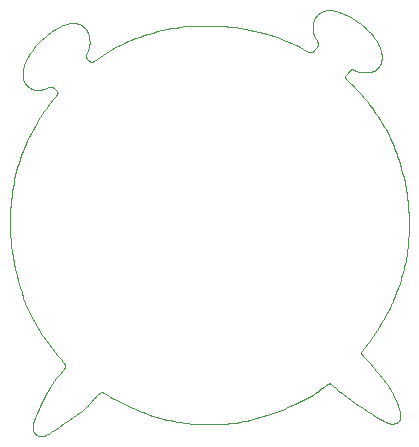
<source format=gbr>
%TF.GenerationSoftware,KiCad,Pcbnew,9.0.1*%
%TF.CreationDate,2025-05-12T23:40:56+02:00*%
%TF.ProjectId,knit_yarn,6b6e6974-5f79-4617-926e-2e6b69636164,rev?*%
%TF.SameCoordinates,Original*%
%TF.FileFunction,Profile,NP*%
%FSLAX46Y46*%
G04 Gerber Fmt 4.6, Leading zero omitted, Abs format (unit mm)*
G04 Created by KiCad (PCBNEW 9.0.1) date 2025-05-12 23:40:56*
%MOMM*%
%LPD*%
G01*
G04 APERTURE LIST*
%TA.AperFunction,Profile*%
%ADD10C,0.000000*%
%TD*%
G04 APERTURE END LIST*
D10*
X110185040Y-71453623D02*
X110229923Y-71455494D01*
X110275338Y-71458732D01*
X110321401Y-71463326D01*
X110368224Y-71469263D01*
X110415922Y-71476531D01*
X110464610Y-71485117D01*
X110514400Y-71495010D01*
X110565407Y-71506196D01*
X110671125Y-71532294D01*
X110780648Y-71562779D01*
X110892463Y-71596910D01*
X111005054Y-71633949D01*
X111116905Y-71673157D01*
X111226501Y-71713794D01*
X111332327Y-71755121D01*
X111432867Y-71796399D01*
X111526966Y-71837029D01*
X111614903Y-71876969D01*
X111697319Y-71916317D01*
X111774857Y-71955171D01*
X111848155Y-71993632D01*
X111917855Y-72031797D01*
X111984599Y-72069765D01*
X112049027Y-72107635D01*
X112111900Y-72145667D01*
X112174464Y-72184770D01*
X112238088Y-72226018D01*
X112304139Y-72270481D01*
X112373986Y-72319232D01*
X112448995Y-72373344D01*
X112530535Y-72433888D01*
X112619974Y-72501936D01*
X112822926Y-72660955D01*
X113043322Y-72839588D01*
X113153933Y-72931671D01*
X113261549Y-73023150D01*
X113363720Y-73112189D01*
X113457993Y-73196954D01*
X113542581Y-73276178D01*
X113581474Y-73313994D01*
X113618358Y-73350879D01*
X113653424Y-73387031D01*
X113686866Y-73422648D01*
X113718875Y-73457929D01*
X113749643Y-73493073D01*
X113779365Y-73528279D01*
X113808232Y-73563746D01*
X113836436Y-73599671D01*
X113864170Y-73636254D01*
X113919000Y-73712188D01*
X113974261Y-73793138D01*
X114031073Y-73880201D01*
X114088872Y-73972513D01*
X114146670Y-74068718D01*
X114203482Y-74167460D01*
X114258322Y-74267386D01*
X114310205Y-74367139D01*
X114358145Y-74465365D01*
X114401156Y-74560707D01*
X114420535Y-74606912D01*
X114438495Y-74652116D01*
X114455093Y-74696377D01*
X114470388Y-74739753D01*
X114497303Y-74824088D01*
X114519708Y-74905589D01*
X114538072Y-74984724D01*
X114552863Y-75061961D01*
X114564548Y-75137769D01*
X114573597Y-75212617D01*
X114580375Y-75286857D01*
X114584849Y-75360382D01*
X114586884Y-75432970D01*
X114586343Y-75504399D01*
X114583091Y-75574448D01*
X114576993Y-75642896D01*
X114572835Y-75676450D01*
X114567913Y-75709520D01*
X114562213Y-75742079D01*
X114555716Y-75774100D01*
X114548413Y-75805561D01*
X114540319Y-75836475D01*
X114531459Y-75866863D01*
X114521855Y-75896743D01*
X114511530Y-75926137D01*
X114500507Y-75955065D01*
X114488810Y-75983545D01*
X114476461Y-76011599D01*
X114463484Y-76039246D01*
X114449901Y-76066507D01*
X114435737Y-76093401D01*
X114421013Y-76119949D01*
X114389981Y-76172085D01*
X114356989Y-76223075D01*
X114339807Y-76248179D01*
X114322154Y-76272989D01*
X114304002Y-76297457D01*
X114285323Y-76321535D01*
X114266090Y-76345176D01*
X114246274Y-76368331D01*
X114225849Y-76390954D01*
X114204786Y-76412996D01*
X114183058Y-76434409D01*
X114160637Y-76455146D01*
X114137495Y-76475160D01*
X114113604Y-76494402D01*
X114088937Y-76512824D01*
X114063466Y-76530380D01*
X114037163Y-76547020D01*
X114010000Y-76562698D01*
X113981963Y-76577380D01*
X113953080Y-76591088D01*
X113923393Y-76603860D01*
X113892944Y-76615732D01*
X113861774Y-76626742D01*
X113829925Y-76636926D01*
X113797438Y-76646321D01*
X113764355Y-76654965D01*
X113730717Y-76662894D01*
X113696567Y-76670145D01*
X113661945Y-76676756D01*
X113626894Y-76682763D01*
X113555667Y-76693113D01*
X113483221Y-76701492D01*
X113409902Y-76708153D01*
X113336114Y-76713188D01*
X113262277Y-76716645D01*
X113188810Y-76718575D01*
X113116132Y-76719026D01*
X113044662Y-76718047D01*
X112974819Y-76715687D01*
X112907021Y-76711997D01*
X112841605Y-76707001D01*
X112778592Y-76700613D01*
X112717921Y-76692721D01*
X112659529Y-76683214D01*
X112603356Y-76671982D01*
X112549340Y-76658914D01*
X112497418Y-76643900D01*
X112472223Y-76635628D01*
X112447529Y-76626828D01*
X112423331Y-76617504D01*
X112399642Y-76607741D01*
X112353850Y-76587299D01*
X112310275Y-76566315D01*
X112269042Y-76545602D01*
X112230274Y-76525973D01*
X112194092Y-76508243D01*
X112160622Y-76493223D01*
X112144942Y-76486984D01*
X112129986Y-76481728D01*
X112115751Y-76477539D01*
X112102158Y-76474443D01*
X112095572Y-76473307D01*
X112089110Y-76472447D01*
X112082760Y-76471863D01*
X112076510Y-76471558D01*
X112070348Y-76471531D01*
X112064262Y-76471784D01*
X112058239Y-76472318D01*
X112052267Y-76473133D01*
X112046335Y-76474231D01*
X112040430Y-76475613D01*
X112034540Y-76477279D01*
X112028652Y-76479231D01*
X112022756Y-76481469D01*
X112016838Y-76483995D01*
X112004890Y-76489913D01*
X111992710Y-76496992D01*
X111980202Y-76505239D01*
X111967270Y-76514664D01*
X111953815Y-76525273D01*
X111939740Y-76537073D01*
X111924950Y-76550074D01*
X111893084Y-76579544D01*
X111858706Y-76612932D01*
X111822553Y-76649327D01*
X111785366Y-76687816D01*
X111747883Y-76727489D01*
X111710844Y-76767432D01*
X111641054Y-76844486D01*
X111609674Y-76879959D01*
X111581055Y-76913177D01*
X111555294Y-76944349D01*
X111532491Y-76973685D01*
X111522229Y-76987730D01*
X111512743Y-77001395D01*
X111504046Y-77014705D01*
X111496150Y-77027688D01*
X111489067Y-77040368D01*
X111482809Y-77052773D01*
X111477390Y-77064929D01*
X111472820Y-77076861D01*
X111469142Y-77088624D01*
X111467684Y-77094494D01*
X111466511Y-77100389D01*
X111465647Y-77106334D01*
X111465113Y-77112354D01*
X111464933Y-77118474D01*
X111465131Y-77124719D01*
X111465730Y-77131112D01*
X111466752Y-77137680D01*
X111468220Y-77144447D01*
X111470159Y-77151439D01*
X111472590Y-77158678D01*
X111475537Y-77166192D01*
X111479024Y-77174003D01*
X111483072Y-77182138D01*
X111487706Y-77190622D01*
X111492948Y-77199478D01*
X111498822Y-77208732D01*
X111505350Y-77218408D01*
X111512557Y-77228532D01*
X111520463Y-77239128D01*
X111529094Y-77250221D01*
X111538472Y-77261837D01*
X111548620Y-77273999D01*
X111559561Y-77286732D01*
X111583916Y-77314014D01*
X111611720Y-77343880D01*
X111643160Y-77376530D01*
X111717059Y-77450486D01*
X111803969Y-77535039D01*
X112007756Y-77730610D01*
X112120098Y-77838968D01*
X112236383Y-77952600D01*
X112354344Y-78070176D01*
X112471714Y-78190365D01*
X112586640Y-78312029D01*
X112698915Y-78434814D01*
X112808750Y-78558561D01*
X112916354Y-78683107D01*
X113021938Y-78808295D01*
X113125710Y-78933964D01*
X113328659Y-79186103D01*
X113527323Y-79439885D01*
X113626234Y-79569456D01*
X113725589Y-79702243D01*
X113825929Y-79839318D01*
X113927798Y-79981753D01*
X114031737Y-80130620D01*
X114138289Y-80286992D01*
X114247726Y-80451511D01*
X114359244Y-80623101D01*
X114471773Y-80800260D01*
X114584241Y-80981486D01*
X114695574Y-81165274D01*
X114804703Y-81350122D01*
X114910554Y-81534527D01*
X115012057Y-81716987D01*
X115108372Y-81896328D01*
X115199611Y-82072712D01*
X115286118Y-82246630D01*
X115368240Y-82418577D01*
X115446319Y-82589045D01*
X115520702Y-82758528D01*
X115591733Y-82927519D01*
X115659758Y-83096511D01*
X115725114Y-83265958D01*
X115788103Y-83436169D01*
X115849022Y-83607413D01*
X115908167Y-83779963D01*
X116022316Y-84130067D01*
X116132918Y-84488651D01*
X116241368Y-84856387D01*
X116345184Y-85227964D01*
X116440917Y-85596583D01*
X116484675Y-85777659D01*
X116525118Y-85955446D01*
X116561950Y-86129439D01*
X116595417Y-86300510D01*
X116625903Y-86469880D01*
X116653788Y-86638769D01*
X116679456Y-86808397D01*
X116703288Y-86979985D01*
X116746973Y-87333917D01*
X116787096Y-87707158D01*
X116822682Y-88093604D01*
X116851959Y-88483992D01*
X116863678Y-88677769D01*
X116873156Y-88869058D01*
X116880214Y-89057143D01*
X116884869Y-89243071D01*
X116887183Y-89428332D01*
X116887217Y-89614419D01*
X116885034Y-89802822D01*
X116880694Y-89995033D01*
X116865793Y-90396845D01*
X116842415Y-90828225D01*
X116826813Y-91053408D01*
X116808093Y-91283360D01*
X116785874Y-91516909D01*
X116759774Y-91752887D01*
X116729411Y-91990122D01*
X116694403Y-92227445D01*
X116654470Y-92463869D01*
X116609757Y-92699144D01*
X116560511Y-92933212D01*
X116506977Y-93166010D01*
X116449401Y-93397477D01*
X116388031Y-93627552D01*
X116323111Y-93856174D01*
X116254889Y-94083282D01*
X116183736Y-94308550D01*
X116110525Y-94530601D01*
X115961925Y-94958496D01*
X115817071Y-95353860D01*
X115683947Y-95703585D01*
X115567724Y-95999738D01*
X115514235Y-96131389D01*
X115462348Y-96255080D01*
X115410953Y-96373054D01*
X115358943Y-96487553D01*
X115305207Y-96600821D01*
X115248636Y-96715099D01*
X115188362Y-96832216D01*
X115124465Y-96952338D01*
X115057267Y-97075219D01*
X114987086Y-97200613D01*
X114839058Y-97457958D01*
X114682945Y-97722402D01*
X114521069Y-97991742D01*
X114354758Y-98262854D01*
X114185096Y-98532390D01*
X114013167Y-98797001D01*
X113840559Y-99053216D01*
X113670911Y-99297107D01*
X113508362Y-99524633D01*
X113357050Y-99731754D01*
X113220752Y-99914858D01*
X113101806Y-100072035D01*
X112923847Y-100302698D01*
X112893337Y-100342217D01*
X112880444Y-100359758D01*
X112869221Y-100376154D01*
X112859743Y-100391657D01*
X112855680Y-100399151D01*
X112852080Y-100406517D01*
X112848952Y-100413785D01*
X112846305Y-100420986D01*
X112844149Y-100428153D01*
X112842491Y-100435315D01*
X112841342Y-100442506D01*
X112840711Y-100449755D01*
X112840605Y-100457095D01*
X112841035Y-100464557D01*
X112842010Y-100472172D01*
X112843538Y-100479972D01*
X112845629Y-100487988D01*
X112848291Y-100496251D01*
X112851534Y-100504793D01*
X112855367Y-100513645D01*
X112859798Y-100522839D01*
X112864838Y-100532405D01*
X112870494Y-100542376D01*
X112876776Y-100552783D01*
X112891255Y-100575029D01*
X112908305Y-100599330D01*
X112927798Y-100625612D01*
X112973435Y-100683562D01*
X113026809Y-100747772D01*
X113086566Y-100817132D01*
X113151351Y-100890533D01*
X113219807Y-100966867D01*
X113362314Y-101123897D01*
X113650678Y-101441966D01*
X113800873Y-101609477D01*
X113959547Y-101788423D01*
X114128505Y-101981534D01*
X114303376Y-102185092D01*
X114478247Y-102393774D01*
X114563834Y-102498374D01*
X114647204Y-102602259D01*
X114727765Y-102704923D01*
X114805516Y-102806491D01*
X114880606Y-102907245D01*
X114953181Y-103007469D01*
X115023391Y-103107447D01*
X115091382Y-103207461D01*
X115157304Y-103307795D01*
X115221304Y-103408733D01*
X115283480Y-103510428D01*
X115343734Y-103612505D01*
X115401918Y-103714458D01*
X115457883Y-103815782D01*
X115511483Y-103915973D01*
X115562569Y-104014525D01*
X115610994Y-104110933D01*
X115656611Y-104204693D01*
X115699338Y-104295443D01*
X115739380Y-104383395D01*
X115777006Y-104468907D01*
X115812488Y-104552336D01*
X115846098Y-104634039D01*
X115878106Y-104714376D01*
X115938402Y-104872375D01*
X115967140Y-104950669D01*
X115994805Y-105028518D01*
X116021115Y-105105776D01*
X116045785Y-105182294D01*
X116068532Y-105257925D01*
X116089074Y-105332522D01*
X116107127Y-105405936D01*
X116122408Y-105478020D01*
X116134712Y-105548587D01*
X116144145Y-105617306D01*
X116150892Y-105683806D01*
X116155136Y-105747720D01*
X116157064Y-105808676D01*
X116156861Y-105866305D01*
X116154710Y-105920237D01*
X116150797Y-105970104D01*
X116148230Y-105993416D01*
X116145242Y-106015680D01*
X116141807Y-106036958D01*
X116137900Y-106057312D01*
X116133494Y-106076803D01*
X116128562Y-106095493D01*
X116123079Y-106113444D01*
X116117019Y-106130717D01*
X116110355Y-106147373D01*
X116103061Y-106163476D01*
X116095110Y-106179085D01*
X116086478Y-106194263D01*
X116077137Y-106209072D01*
X116067061Y-106223572D01*
X116056224Y-106237826D01*
X116044600Y-106251896D01*
X116032169Y-106265826D01*
X116018937Y-106279596D01*
X116004917Y-106293169D01*
X115990120Y-106306507D01*
X115974560Y-106319574D01*
X115958248Y-106332333D01*
X115941197Y-106344747D01*
X115923418Y-106356779D01*
X115904925Y-106368393D01*
X115885730Y-106379550D01*
X115865844Y-106390214D01*
X115845280Y-106400349D01*
X115824052Y-106409917D01*
X115802169Y-106418882D01*
X115779646Y-106427206D01*
X115756495Y-106434852D01*
X115732735Y-106441791D01*
X115708413Y-106448028D01*
X115683583Y-106453575D01*
X115658299Y-106458444D01*
X115632614Y-106462648D01*
X115606582Y-106466199D01*
X115580258Y-106469109D01*
X115553695Y-106471390D01*
X115526947Y-106473055D01*
X115500068Y-106474117D01*
X115473113Y-106474587D01*
X115446134Y-106474478D01*
X115419186Y-106473802D01*
X115392323Y-106472571D01*
X115339068Y-106468494D01*
X115312721Y-106465644D01*
X115286315Y-106462103D01*
X115259542Y-106457695D01*
X115232095Y-106452248D01*
X115203670Y-106445587D01*
X115173958Y-106437539D01*
X115142654Y-106427928D01*
X115109450Y-106416581D01*
X115074041Y-106403325D01*
X115036120Y-106387984D01*
X114995380Y-106370386D01*
X114951516Y-106350355D01*
X114904219Y-106327719D01*
X114853184Y-106302302D01*
X114798105Y-106273931D01*
X114738674Y-106242431D01*
X114606353Y-106169845D01*
X114457866Y-106085615D01*
X114122251Y-105888482D01*
X113751543Y-105663550D01*
X113365456Y-105423336D01*
X112980748Y-105178180D01*
X112602353Y-104929674D01*
X112416138Y-104803979D01*
X112232239Y-104677224D01*
X112050902Y-104549335D01*
X111872374Y-104420238D01*
X111697129Y-104290145D01*
X111526555Y-104160410D01*
X111362267Y-104032671D01*
X111205877Y-103908568D01*
X110923249Y-103677822D01*
X110691582Y-103481281D01*
X110598344Y-103399522D01*
X110519387Y-103328768D01*
X110397565Y-103216967D01*
X110312611Y-103139275D01*
X110279738Y-103111155D01*
X110251019Y-103089084D01*
X110237668Y-103080105D01*
X110231119Y-103076157D01*
X110224598Y-103072597D01*
X110218065Y-103069448D01*
X110211477Y-103066729D01*
X110204792Y-103064461D01*
X110197969Y-103062666D01*
X110190965Y-103061363D01*
X110183740Y-103060574D01*
X110176251Y-103060319D01*
X110168456Y-103060620D01*
X110160314Y-103061497D01*
X110151783Y-103062971D01*
X110142820Y-103065062D01*
X110133386Y-103067792D01*
X110123436Y-103071181D01*
X110112931Y-103075250D01*
X110101827Y-103080019D01*
X110090084Y-103085511D01*
X110077659Y-103091745D01*
X110064511Y-103098742D01*
X110050598Y-103106523D01*
X110035877Y-103115109D01*
X110020308Y-103124520D01*
X110003849Y-103134778D01*
X109968091Y-103157916D01*
X109928271Y-103184689D01*
X109884052Y-103215263D01*
X109663506Y-103373509D01*
X109387760Y-103573549D01*
X109235594Y-103682466D01*
X109077316Y-103793698D01*
X108915488Y-103904537D01*
X108752674Y-104012272D01*
X108590822Y-104114790D01*
X108429414Y-104212379D01*
X108267316Y-104305927D01*
X108103394Y-104396321D01*
X107936515Y-104484447D01*
X107765545Y-104571193D01*
X107589350Y-104657447D01*
X107406796Y-104744095D01*
X107216879Y-104831858D01*
X107019115Y-104920790D01*
X106813146Y-105010783D01*
X106598613Y-105101724D01*
X106375159Y-105193502D01*
X106142426Y-105286008D01*
X105900056Y-105379131D01*
X105647692Y-105472759D01*
X105385337Y-105566648D01*
X105114432Y-105660020D01*
X104836776Y-105751962D01*
X104554167Y-105841562D01*
X104268403Y-105927910D01*
X103981284Y-106010092D01*
X103694607Y-106087199D01*
X103410172Y-106158317D01*
X103129159Y-106222715D01*
X102850280Y-106280385D01*
X102571623Y-106331499D01*
X102291279Y-106376231D01*
X102007337Y-106414753D01*
X101717886Y-106447236D01*
X101421016Y-106473855D01*
X101114817Y-106494781D01*
X100798119Y-106510162D01*
X100472713Y-106520034D01*
X100141122Y-106524410D01*
X99805872Y-106523302D01*
X99469489Y-106516723D01*
X99134498Y-106504686D01*
X98803424Y-106487203D01*
X98478793Y-106464287D01*
X98162480Y-106435904D01*
X97853759Y-106401840D01*
X97551250Y-106361838D01*
X97253571Y-106315637D01*
X96959342Y-106262980D01*
X96667183Y-106203607D01*
X96375712Y-106137259D01*
X96083551Y-106063679D01*
X95789734Y-105982763D01*
X95494958Y-105895033D01*
X95200330Y-105801167D01*
X94906960Y-105701843D01*
X94615956Y-105597737D01*
X94328426Y-105489529D01*
X94045479Y-105377894D01*
X93768223Y-105263512D01*
X93497836Y-105147156D01*
X93235769Y-105030001D01*
X92983535Y-104913316D01*
X92742650Y-104798368D01*
X92300987Y-104578761D01*
X91922903Y-104381332D01*
X91761057Y-104293860D01*
X91617040Y-104214249D01*
X91378112Y-104077725D01*
X91197344Y-103969983D01*
X91065960Y-103889248D01*
X91015958Y-103858477D01*
X90974482Y-103833916D01*
X90956434Y-103823934D01*
X90939907Y-103815467D01*
X90924699Y-103808504D01*
X90910606Y-103803031D01*
X90897425Y-103799037D01*
X90884952Y-103796509D01*
X90872984Y-103795436D01*
X90861318Y-103795803D01*
X90849751Y-103797600D01*
X90838079Y-103800814D01*
X90826099Y-103805433D01*
X90813608Y-103811443D01*
X90800434Y-103818830D01*
X90786536Y-103827554D01*
X90771905Y-103837576D01*
X90756532Y-103848853D01*
X90740408Y-103861343D01*
X90723522Y-103875005D01*
X90687432Y-103905680D01*
X90648187Y-103940545D01*
X90605713Y-103979267D01*
X90510785Y-104066952D01*
X90403289Y-104165937D01*
X90288794Y-104272907D01*
X90231048Y-104328307D01*
X90174103Y-104384410D01*
X90118809Y-104440784D01*
X90066015Y-104496998D01*
X90016280Y-104552728D01*
X89968984Y-104608077D01*
X89878065Y-104718464D01*
X89832618Y-104773923D01*
X89785963Y-104829837D01*
X89737189Y-104886416D01*
X89685383Y-104943870D01*
X89629764Y-105002390D01*
X89570066Y-105062079D01*
X89506155Y-105123025D01*
X89437894Y-105185314D01*
X89365148Y-105249033D01*
X89287781Y-105314267D01*
X89205657Y-105381103D01*
X89118641Y-105449627D01*
X89026356Y-105520126D01*
X88927454Y-105593694D01*
X88820346Y-105671624D01*
X88703443Y-105755209D01*
X88433889Y-105944521D01*
X88106075Y-106171982D01*
X87716160Y-106441012D01*
X87295790Y-106727289D01*
X86885475Y-106999568D01*
X86696748Y-107120693D01*
X86525726Y-107226600D01*
X86376224Y-107314342D01*
X86309250Y-107351611D01*
X86247054Y-107384783D01*
X86189330Y-107414086D01*
X86135775Y-107439748D01*
X86086083Y-107461996D01*
X86039948Y-107481058D01*
X85997067Y-107497164D01*
X85957133Y-107510540D01*
X85919843Y-107521415D01*
X85884891Y-107530016D01*
X85851972Y-107536571D01*
X85820780Y-107541310D01*
X85791012Y-107544458D01*
X85762362Y-107546245D01*
X85734573Y-107546869D01*
X85707573Y-107546409D01*
X85681340Y-107544913D01*
X85655852Y-107542432D01*
X85631084Y-107539015D01*
X85607014Y-107534711D01*
X85583619Y-107529568D01*
X85560875Y-107523638D01*
X85538760Y-107516968D01*
X85517250Y-107509608D01*
X85496322Y-107501607D01*
X85475953Y-107493015D01*
X85456120Y-107483881D01*
X85436801Y-107474255D01*
X85417970Y-107464184D01*
X85399607Y-107453720D01*
X85381691Y-107442902D01*
X85364220Y-107431745D01*
X85347196Y-107420256D01*
X85330621Y-107408440D01*
X85314495Y-107396304D01*
X85298820Y-107383853D01*
X85283598Y-107371095D01*
X85268831Y-107358034D01*
X85254519Y-107344678D01*
X85240665Y-107331033D01*
X85227270Y-107317104D01*
X85214335Y-107302898D01*
X85201863Y-107288420D01*
X85189854Y-107273678D01*
X85178310Y-107258677D01*
X85167233Y-107243423D01*
X85156624Y-107227917D01*
X85146479Y-107212134D01*
X85136797Y-107196042D01*
X85127573Y-107179612D01*
X85118806Y-107162812D01*
X85110491Y-107145612D01*
X85102626Y-107127981D01*
X85095208Y-107109887D01*
X85088233Y-107091301D01*
X85081699Y-107072191D01*
X85075602Y-107052527D01*
X85069940Y-107032277D01*
X85064709Y-107011411D01*
X85059906Y-106989898D01*
X85055528Y-106967708D01*
X85051572Y-106944809D01*
X85044886Y-106897015D01*
X85039678Y-106847546D01*
X85035751Y-106797683D01*
X85032909Y-106748708D01*
X85030953Y-106701901D01*
X85029688Y-106658545D01*
X85028439Y-106587311D01*
X85028304Y-106573491D01*
X85028493Y-106560642D01*
X85028804Y-106554315D01*
X85029308Y-106547910D01*
X85030044Y-106541322D01*
X85031049Y-106534442D01*
X85032360Y-106527166D01*
X85034016Y-106519385D01*
X85036053Y-106510993D01*
X85038509Y-106501885D01*
X85041422Y-106491952D01*
X85044829Y-106481088D01*
X85048768Y-106469188D01*
X85053276Y-106456143D01*
X85064151Y-106426195D01*
X85077754Y-106390390D01*
X85094385Y-106347877D01*
X85114345Y-106297801D01*
X85137933Y-106239309D01*
X85165451Y-106171548D01*
X85233476Y-106004806D01*
X85233475Y-106004807D01*
X85233474Y-106004808D01*
X85233473Y-106004809D01*
X85233472Y-106004810D01*
X85233471Y-106004811D01*
X85233470Y-106004812D01*
X85233468Y-106004814D01*
X85233466Y-106004816D01*
X85233465Y-106004817D01*
X85233464Y-106004818D01*
X85233463Y-106004819D01*
X85233462Y-106004820D01*
X85233461Y-106004821D01*
X85233460Y-106004822D01*
X85424432Y-105542635D01*
X85544710Y-105261146D01*
X85679282Y-104957033D01*
X85826471Y-104638528D01*
X85984603Y-104313862D01*
X86152001Y-103991264D01*
X86238651Y-103833313D01*
X86326990Y-103678966D01*
X86416761Y-103529105D01*
X86507523Y-103384020D01*
X86690076Y-103108740D01*
X86870755Y-102854262D01*
X87045667Y-102621717D01*
X87210918Y-102412239D01*
X87362615Y-102226961D01*
X87609773Y-101933538D01*
X87657058Y-101876871D01*
X87697850Y-101826002D01*
X87715753Y-101802397D01*
X87731963Y-101779827D01*
X87746457Y-101758156D01*
X87759213Y-101737244D01*
X87770206Y-101716955D01*
X87779414Y-101697150D01*
X87786814Y-101677691D01*
X87792383Y-101658441D01*
X87796097Y-101639262D01*
X87797934Y-101620016D01*
X87797870Y-101600566D01*
X87795882Y-101580772D01*
X87791947Y-101560498D01*
X87786043Y-101539605D01*
X87778145Y-101517956D01*
X87768231Y-101495413D01*
X87756278Y-101471838D01*
X87742262Y-101447093D01*
X87726161Y-101421040D01*
X87707951Y-101393542D01*
X87687609Y-101364461D01*
X87665113Y-101333658D01*
X87613563Y-101266337D01*
X87553117Y-101190477D01*
X87483590Y-101104975D01*
X87121357Y-100662371D01*
X86900419Y-100388062D01*
X86661343Y-100084526D01*
X86410439Y-99756346D01*
X86154013Y-99408106D01*
X85898376Y-99044389D01*
X85772824Y-98858158D01*
X85649834Y-98669777D01*
X85413565Y-98287895D01*
X85190211Y-97898523D01*
X84979277Y-97500477D01*
X84780272Y-97092575D01*
X84592701Y-96673633D01*
X84416072Y-96242466D01*
X84249891Y-95797892D01*
X84093666Y-95338726D01*
X83947084Y-94864577D01*
X83810558Y-94378207D01*
X83684678Y-93883166D01*
X83570036Y-93382999D01*
X83467223Y-92881256D01*
X83376831Y-92381483D01*
X83299450Y-91887228D01*
X83235673Y-91402038D01*
X83185859Y-90928802D01*
X83149452Y-90467742D01*
X83125663Y-90018414D01*
X83113702Y-89580374D01*
X83112783Y-89153177D01*
X83122115Y-88736379D01*
X83140910Y-88329535D01*
X83168380Y-87932201D01*
X83203835Y-87543937D01*
X83246978Y-87164300D01*
X83297612Y-86792845D01*
X83355542Y-86429130D01*
X83420568Y-86072709D01*
X83492495Y-85723139D01*
X83571125Y-85379975D01*
X83656262Y-85042772D01*
X83747765Y-84711073D01*
X83845724Y-84384354D01*
X83950287Y-84062072D01*
X84061603Y-83743685D01*
X84179818Y-83428649D01*
X84305082Y-83116422D01*
X84437543Y-82806462D01*
X84577348Y-82498225D01*
X84724382Y-82191572D01*
X84877478Y-81887977D01*
X85035205Y-81589311D01*
X85196136Y-81297449D01*
X85358842Y-81014261D01*
X85521892Y-80741621D01*
X85683859Y-80481400D01*
X85843313Y-80235472D01*
X85998849Y-80005446D01*
X86149160Y-79791883D01*
X86292964Y-79595079D01*
X86428980Y-79415328D01*
X86555927Y-79252927D01*
X86672524Y-79108171D01*
X86869541Y-78872776D01*
X87011884Y-78706841D01*
X87038875Y-78673936D01*
X87062502Y-78643662D01*
X87082802Y-78615619D01*
X87099813Y-78589405D01*
X87113570Y-78564621D01*
X87124111Y-78540865D01*
X87128187Y-78529248D01*
X87131473Y-78517738D01*
X87133973Y-78506284D01*
X87135693Y-78494838D01*
X87136636Y-78483349D01*
X87136808Y-78471766D01*
X87136212Y-78460041D01*
X87134854Y-78448121D01*
X87132739Y-78435959D01*
X87129870Y-78423503D01*
X87121891Y-78397510D01*
X87110975Y-78369870D01*
X87097255Y-78340812D01*
X87080887Y-78310696D01*
X87062023Y-78279877D01*
X87040818Y-78248713D01*
X87017426Y-78217561D01*
X86992001Y-78186779D01*
X86964697Y-78156724D01*
X86935668Y-78127754D01*
X86905068Y-78100225D01*
X86873051Y-78074495D01*
X86839770Y-78050922D01*
X86805381Y-78029862D01*
X86787819Y-78020387D01*
X86770037Y-78011673D01*
X86752055Y-78003767D01*
X86733891Y-77996713D01*
X86715567Y-77990555D01*
X86697099Y-77985338D01*
X86678504Y-77981093D01*
X86659780Y-77977797D01*
X86640920Y-77975410D01*
X86621919Y-77973896D01*
X86583466Y-77973335D01*
X86544373Y-77975810D01*
X86504590Y-77981022D01*
X86464067Y-77988666D01*
X86422756Y-77998442D01*
X86380608Y-78010048D01*
X86007336Y-78132543D01*
X85955459Y-78147066D01*
X85902443Y-78160597D01*
X85848429Y-78173030D01*
X85793558Y-78184263D01*
X85737974Y-78194189D01*
X85681816Y-78202705D01*
X85625227Y-78209704D01*
X85568348Y-78215084D01*
X85511322Y-78218738D01*
X85454290Y-78220563D01*
X85397393Y-78220453D01*
X85340773Y-78218303D01*
X85284572Y-78214010D01*
X85228931Y-78207467D01*
X85173993Y-78198572D01*
X85119899Y-78187218D01*
X85066776Y-78173331D01*
X85014694Y-78156963D01*
X84963709Y-78138191D01*
X84913876Y-78117097D01*
X84865251Y-78093761D01*
X84817889Y-78068262D01*
X84771846Y-78040680D01*
X84727176Y-78011097D01*
X84683936Y-77979591D01*
X84642180Y-77946243D01*
X84601965Y-77911133D01*
X84563345Y-77874340D01*
X84526377Y-77835946D01*
X84491115Y-77796030D01*
X84457615Y-77754672D01*
X84425932Y-77711952D01*
X84396113Y-77667940D01*
X84368167Y-77622659D01*
X84342094Y-77576121D01*
X84317894Y-77528339D01*
X84295567Y-77479325D01*
X84275112Y-77429091D01*
X84256531Y-77377649D01*
X84239823Y-77325013D01*
X84224988Y-77271193D01*
X84212025Y-77216203D01*
X84200936Y-77160054D01*
X84191719Y-77102760D01*
X84184376Y-77044331D01*
X84178905Y-76984782D01*
X84175307Y-76924123D01*
X84173582Y-76862367D01*
X84173752Y-76799511D01*
X84175923Y-76735491D01*
X84180227Y-76670227D01*
X84186791Y-76603639D01*
X84195746Y-76535646D01*
X84207221Y-76466168D01*
X84221345Y-76395126D01*
X84238247Y-76322438D01*
X84258058Y-76248026D01*
X84280906Y-76171808D01*
X84306921Y-76093705D01*
X84336232Y-76013637D01*
X84368968Y-75931523D01*
X84405260Y-75847283D01*
X84445236Y-75760837D01*
X84489025Y-75672106D01*
X84536707Y-75581070D01*
X84588152Y-75487965D01*
X84643182Y-75393087D01*
X84701620Y-75296729D01*
X84828001Y-75100763D01*
X84965866Y-74902431D01*
X85113785Y-74704100D01*
X85270330Y-74508134D01*
X85351391Y-74411778D01*
X85434072Y-74316900D01*
X85518195Y-74223796D01*
X85603581Y-74132762D01*
X85690053Y-74044050D01*
X85777444Y-73957741D01*
X85865585Y-73873872D01*
X85954312Y-73792479D01*
X86043457Y-73713601D01*
X86132855Y-73637273D01*
X86222339Y-73563533D01*
X86311743Y-73492418D01*
X86489646Y-73358209D01*
X86665232Y-73234942D01*
X86837171Y-73122912D01*
X87004133Y-73022415D01*
X87085364Y-72976565D01*
X87165041Y-72933598D01*
X87243191Y-72893441D01*
X87319837Y-72856020D01*
X87395004Y-72821260D01*
X87468718Y-72789088D01*
X87541001Y-72759429D01*
X87611881Y-72732210D01*
X87681380Y-72707357D01*
X87749524Y-72684796D01*
X87816337Y-72664452D01*
X87881844Y-72646253D01*
X87946069Y-72630124D01*
X88009038Y-72615991D01*
X88131304Y-72593418D01*
X88190646Y-72584834D01*
X88248798Y-72577974D01*
X88305755Y-72572791D01*
X88361511Y-72569234D01*
X88416059Y-72567255D01*
X88469393Y-72566803D01*
X88521507Y-72567830D01*
X88572395Y-72570286D01*
X88622050Y-72574122D01*
X88670468Y-72579289D01*
X88717641Y-72585738D01*
X88763563Y-72593418D01*
X88808229Y-72602282D01*
X88851631Y-72612279D01*
X88893765Y-72623361D01*
X88934623Y-72635477D01*
X88974209Y-72648587D01*
X89012555Y-72662677D01*
X89049707Y-72677739D01*
X89085706Y-72693769D01*
X89120597Y-72710760D01*
X89154421Y-72728706D01*
X89187223Y-72747600D01*
X89219045Y-72767438D01*
X89249931Y-72788211D01*
X89279923Y-72809915D01*
X89309065Y-72832543D01*
X89337400Y-72856089D01*
X89364972Y-72880547D01*
X89391822Y-72905911D01*
X89417995Y-72932174D01*
X89443533Y-72959331D01*
X89468469Y-72987373D01*
X89492788Y-73016283D01*
X89516467Y-73046044D01*
X89539480Y-73076636D01*
X89561803Y-73108041D01*
X89583411Y-73140241D01*
X89604280Y-73173217D01*
X89624385Y-73206951D01*
X89643702Y-73241425D01*
X89662205Y-73276619D01*
X89679870Y-73312516D01*
X89696673Y-73349096D01*
X89712588Y-73386343D01*
X89727592Y-73424236D01*
X89741659Y-73462757D01*
X89754766Y-73501889D01*
X89766896Y-73541596D01*
X89778071Y-73581776D01*
X89788322Y-73622314D01*
X89797679Y-73663092D01*
X89813837Y-73744901D01*
X89826792Y-73826266D01*
X89836789Y-73906250D01*
X89844075Y-73983919D01*
X89848897Y-74058334D01*
X89851501Y-74128561D01*
X89852100Y-74193949D01*
X89850778Y-74255000D01*
X89847582Y-74312502D01*
X89842563Y-74367244D01*
X89835769Y-74420015D01*
X89827250Y-74471602D01*
X89817056Y-74522796D01*
X89805235Y-74574383D01*
X89791845Y-74626957D01*
X89776977Y-74680319D01*
X89760729Y-74734075D01*
X89743199Y-74787831D01*
X89724486Y-74841192D01*
X89704689Y-74893765D01*
X89683906Y-74945155D01*
X89662235Y-74994968D01*
X89639883Y-75042884D01*
X89617482Y-75088878D01*
X89595771Y-75132998D01*
X89575490Y-75175295D01*
X89557377Y-75215818D01*
X89549365Y-75235429D01*
X89542172Y-75254615D01*
X89535891Y-75273382D01*
X89530614Y-75291737D01*
X89526434Y-75309685D01*
X89523443Y-75327232D01*
X89521709Y-75344387D01*
X89521201Y-75361167D01*
X89521863Y-75377589D01*
X89523641Y-75393672D01*
X89526478Y-75409435D01*
X89530319Y-75424896D01*
X89535109Y-75440073D01*
X89540792Y-75454986D01*
X89547314Y-75469652D01*
X89554617Y-75484090D01*
X89562648Y-75498319D01*
X89571350Y-75512356D01*
X89580669Y-75526221D01*
X89590548Y-75539932D01*
X89600932Y-75553508D01*
X89611767Y-75566966D01*
X89623000Y-75580325D01*
X89634603Y-75593597D01*
X89658820Y-75619933D01*
X89684219Y-75646072D01*
X89710605Y-75672113D01*
X89737779Y-75698153D01*
X89765544Y-75724292D01*
X89822060Y-75777261D01*
X89836298Y-75790663D01*
X89850795Y-75803843D01*
X89865810Y-75816481D01*
X89873592Y-75822497D01*
X89881600Y-75828256D01*
X89889867Y-75833721D01*
X89898426Y-75838849D01*
X89907307Y-75843601D01*
X89916545Y-75847938D01*
X89926171Y-75851819D01*
X89936217Y-75855203D01*
X89946716Y-75858052D01*
X89957700Y-75860325D01*
X89969202Y-75861981D01*
X89981253Y-75862982D01*
X89993887Y-75863286D01*
X90007136Y-75862854D01*
X90021031Y-75861645D01*
X90035606Y-75859621D01*
X90050892Y-75856740D01*
X90066922Y-75852962D01*
X90083728Y-75848248D01*
X90101344Y-75842557D01*
X90119800Y-75835850D01*
X90139129Y-75828087D01*
X90159365Y-75819226D01*
X90180538Y-75809229D01*
X90202681Y-75798055D01*
X90225828Y-75785664D01*
X91491797Y-74927666D01*
X91718357Y-74789956D01*
X91959701Y-74651656D01*
X92216028Y-74513355D01*
X92487535Y-74375647D01*
X92774421Y-74239122D01*
X93076881Y-74104370D01*
X93395115Y-73971984D01*
X93729321Y-73842554D01*
X94079232Y-73716722D01*
X94442744Y-73595327D01*
X94817296Y-73479255D01*
X95200324Y-73369394D01*
X95589266Y-73266631D01*
X95981560Y-73171852D01*
X96374644Y-73085945D01*
X96765956Y-73009796D01*
X97153744Y-72944120D01*
X97539509Y-72888942D01*
X97925569Y-72844115D01*
X98314240Y-72809491D01*
X98707840Y-72784922D01*
X99108687Y-72770259D01*
X99519097Y-72765355D01*
X99941387Y-72770062D01*
X100376714Y-72784200D01*
X100821600Y-72807455D01*
X101271413Y-72839484D01*
X101721520Y-72879941D01*
X102167290Y-72928481D01*
X102604089Y-72984759D01*
X103027287Y-73048430D01*
X103432251Y-73119150D01*
X103815373Y-73196499D01*
X104177152Y-73279762D01*
X104519116Y-73368150D01*
X104842794Y-73460876D01*
X105149714Y-73557150D01*
X105441404Y-73656185D01*
X105719394Y-73757191D01*
X105985211Y-73859381D01*
X106240028Y-73961958D01*
X106483607Y-74064090D01*
X106715356Y-74164940D01*
X106934685Y-74263671D01*
X107333714Y-74451421D01*
X107675966Y-74620642D01*
X108186454Y-74881405D01*
X108281915Y-74927866D01*
X108366188Y-74966047D01*
X108440111Y-74995553D01*
X108473453Y-75006930D01*
X108504522Y-75015990D01*
X108533439Y-75022702D01*
X108547147Y-75025185D01*
X108560390Y-75027096D01*
X108573192Y-75028440D01*
X108585579Y-75029224D01*
X108597576Y-75029453D01*
X108609209Y-75029134D01*
X108620503Y-75028272D01*
X108631484Y-75026875D01*
X108642176Y-75024948D01*
X108652606Y-75022497D01*
X108662799Y-75019528D01*
X108672780Y-75016048D01*
X108682575Y-75012063D01*
X108692209Y-75007579D01*
X108701707Y-75002602D01*
X108711095Y-74997139D01*
X108729643Y-74984776D01*
X108748055Y-74970540D01*
X108766534Y-74954481D01*
X108785285Y-74936647D01*
X108804511Y-74917088D01*
X108824414Y-74895853D01*
X108845198Y-74872992D01*
X108889664Y-74822775D01*
X108936741Y-74767778D01*
X108984705Y-74709529D01*
X109031832Y-74649554D01*
X109076395Y-74589383D01*
X109097177Y-74559701D01*
X109116671Y-74530542D01*
X109134662Y-74502098D01*
X109150934Y-74474559D01*
X109165272Y-74448117D01*
X109177460Y-74422963D01*
X109182686Y-74410920D01*
X109187329Y-74399220D01*
X109191400Y-74387835D01*
X109194906Y-74376740D01*
X109197859Y-74365906D01*
X109200266Y-74355307D01*
X109202137Y-74344916D01*
X109203482Y-74334706D01*
X109204309Y-74324650D01*
X109204628Y-74314721D01*
X109204447Y-74304892D01*
X109203777Y-74295136D01*
X109202627Y-74285427D01*
X109201005Y-74275736D01*
X109198921Y-74266039D01*
X109196384Y-74256306D01*
X109189989Y-74236629D01*
X109181894Y-74216490D01*
X109172172Y-74195673D01*
X109160898Y-74173963D01*
X109148145Y-74151144D01*
X109133987Y-74127001D01*
X109101753Y-74073877D01*
X109064929Y-74013246D01*
X109024815Y-73945284D01*
X108982853Y-73870546D01*
X108940485Y-73789585D01*
X108919599Y-73746945D01*
X108899152Y-73702957D01*
X108879324Y-73657691D01*
X108860295Y-73611215D01*
X108842246Y-73563599D01*
X108825357Y-73514913D01*
X108809808Y-73465226D01*
X108795778Y-73414606D01*
X108783416Y-73363129D01*
X108772729Y-73310888D01*
X108763693Y-73257982D01*
X108756283Y-73204509D01*
X108750476Y-73150568D01*
X108746246Y-73096258D01*
X108743569Y-73041676D01*
X108742419Y-72986922D01*
X108742773Y-72932094D01*
X108744606Y-72877291D01*
X108747892Y-72822611D01*
X108752609Y-72768152D01*
X108758729Y-72714014D01*
X108766231Y-72660295D01*
X108775087Y-72607093D01*
X108785275Y-72554507D01*
X108796775Y-72502627D01*
X108809608Y-72451513D01*
X108823800Y-72401216D01*
X108839376Y-72351786D01*
X108856363Y-72303274D01*
X108874786Y-72255731D01*
X108894674Y-72209208D01*
X108916050Y-72163755D01*
X108938942Y-72119423D01*
X108963376Y-72076264D01*
X108989378Y-72034328D01*
X109016975Y-71993665D01*
X109046191Y-71954327D01*
X109077055Y-71916364D01*
X109109591Y-71879827D01*
X109143826Y-71844767D01*
X109179758Y-71811226D01*
X109217277Y-71779210D01*
X109256244Y-71748716D01*
X109296519Y-71719741D01*
X109337965Y-71692281D01*
X109380443Y-71666334D01*
X109423814Y-71641896D01*
X109467940Y-71618965D01*
X109512682Y-71597537D01*
X109557902Y-71577609D01*
X109603460Y-71559178D01*
X109649219Y-71542241D01*
X109695039Y-71526796D01*
X109740782Y-71512838D01*
X109786310Y-71500364D01*
X109831484Y-71489373D01*
X109876207Y-71479858D01*
X109920552Y-71471810D01*
X109964631Y-71465216D01*
X110008559Y-71460063D01*
X110052450Y-71456340D01*
X110096418Y-71454034D01*
X110140577Y-71453132D01*
X110185040Y-71453623D01*
M02*

</source>
